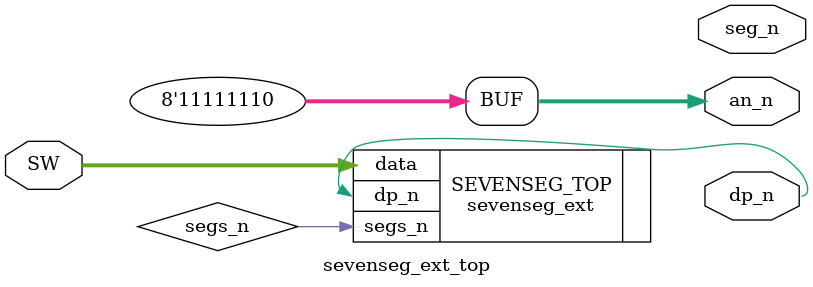
<source format=sv>
`timescale 1ns / 1ps


module sevenseg_ext_top(
    input logic [6:0] SW,
    output logic [6:0] seg_n,
    output logic dp_n,
    output logic [7:0] an_n

    );

    // Turning on the right most 7 Seg Display- Logic Low
    assign an_n = 8'b11111110;
    sevenseg_ext SEVENSEG_TOP(.data(SW), .segs_n(segs_n), .dp_n(dp_n));
endmodule

</source>
